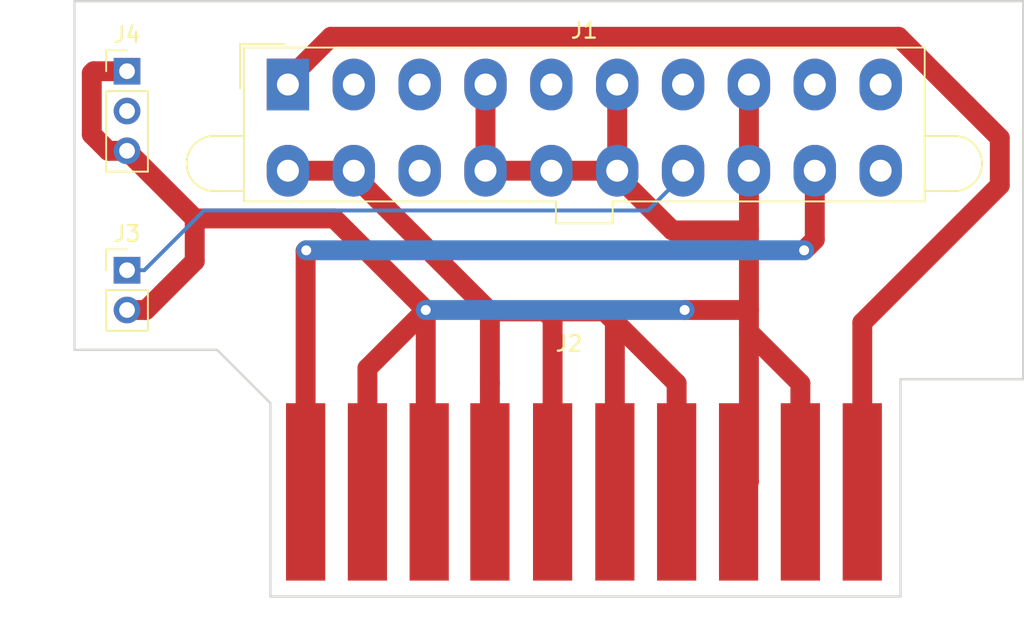
<source format=kicad_pcb>
(kicad_pcb (version 20171130) (host pcbnew 5.0.0-fee4fd1~65~ubuntu17.10.1)

  (general
    (thickness 1.6)
    (drawings 9)
    (tracks 68)
    (zones 0)
    (modules 4)
    (nets 12)
  )

  (page A4)
  (layers
    (0 F.Cu signal)
    (31 B.Cu signal)
    (32 B.Adhes user)
    (33 F.Adhes user)
    (34 B.Paste user)
    (35 F.Paste user)
    (36 B.SilkS user)
    (37 F.SilkS user)
    (38 B.Mask user)
    (39 F.Mask user)
    (40 Dwgs.User user)
    (41 Cmts.User user)
    (42 Eco1.User user)
    (43 Eco2.User user)
    (44 Edge.Cuts user)
    (45 Margin user)
    (46 B.CrtYd user)
    (47 F.CrtYd user)
    (48 B.Fab user)
    (49 F.Fab user)
  )

  (setup
    (last_trace_width 0.25)
    (trace_clearance 0.2)
    (zone_clearance 0.508)
    (zone_45_only no)
    (trace_min 0.2)
    (segment_width 0.2)
    (edge_width 0.15)
    (via_size 0.8)
    (via_drill 0.4)
    (via_min_size 0.4)
    (via_min_drill 0.3)
    (uvia_size 0.3)
    (uvia_drill 0.1)
    (uvias_allowed no)
    (uvia_min_size 0.2)
    (uvia_min_drill 0.1)
    (pcb_text_width 0.3)
    (pcb_text_size 1.5 1.5)
    (mod_edge_width 0.15)
    (mod_text_size 1 1)
    (mod_text_width 0.15)
    (pad_size 1.524 1.524)
    (pad_drill 0.762)
    (pad_to_mask_clearance 0.2)
    (aux_axis_origin 0 0)
    (visible_elements FFFFFF7F)
    (pcbplotparams
      (layerselection 0x010fc_ffffffff)
      (usegerberextensions false)
      (usegerberattributes false)
      (usegerberadvancedattributes false)
      (creategerberjobfile false)
      (excludeedgelayer true)
      (linewidth 0.100000)
      (plotframeref false)
      (viasonmask false)
      (mode 1)
      (useauxorigin false)
      (hpglpennumber 1)
      (hpglpenspeed 20)
      (hpglpendiameter 15.000000)
      (psnegative false)
      (psa4output false)
      (plotreference true)
      (plotvalue true)
      (plotinvisibletext false)
      (padsonsilk false)
      (subtractmaskfromsilk false)
      (outputformat 1)
      (mirror false)
      (drillshape 1)
      (scaleselection 1)
      (outputdirectory ""))
  )

  (net 0 "")
  (net 1 "Net-(J1-Pad1)")
  (net 2 "Net-(J1-Pad2)")
  (net 3 /GND)
  (net 4 /+5V)
  (net 5 "Net-(J1-Pad8)")
  (net 6 "Net-(J1-Pad9)")
  (net 7 /+12V)
  (net 8 "Net-(J1-Pad11)")
  (net 9 /-12V)
  (net 10 /PS-ON)
  (net 11 "Net-(J1-Pad18)")

  (net_class Default "This is the default net class."
    (clearance 0.2)
    (trace_width 0.25)
    (via_dia 0.8)
    (via_drill 0.4)
    (uvia_dia 0.3)
    (uvia_drill 0.1)
    (add_net /PS-ON)
    (add_net "Net-(J1-Pad1)")
    (add_net "Net-(J1-Pad11)")
    (add_net "Net-(J1-Pad18)")
    (add_net "Net-(J1-Pad2)")
    (add_net "Net-(J1-Pad8)")
    (add_net "Net-(J1-Pad9)")
  )

  (net_class Power ""
    (clearance 0.762)
    (trace_width 1.27)
    (via_dia 1.016)
    (via_drill 0.635)
    (uvia_dia 0.3)
    (uvia_drill 0.1)
    (add_net /+12V)
    (add_net /+5V)
    (add_net /-12V)
    (add_net /GND)
  )

  (module ATX2PCjr:Molex_Mini-Fit_Jr_5566-20A2_2x10_P4.20mm_Vertical (layer F.Cu) (tedit 5B5BA047) (tstamp 5B5C3FF5)
    (at 110.59 69.43)
    (descr "Molex Mini-Fit Jr. Power Connectors, old mpn/engineering number: 5566-20A2, example for new mpn: 39-28-920x, 10 Pins per row, Mounting: Snap-in Plastic Peg PCB Lock (http://www.molex.com/pdm_docs/sd/039289068_sd.pdf), generated with kicad-footprint-generator")
    (tags "connector Molex Mini-Fit_Jr side entryplastic_peg")
    (path /5B5B802C)
    (fp_text reference J1 (at 18.9 -3.45) (layer F.SilkS)
      (effects (font (size 1 1) (thickness 0.15)))
    )
    (fp_text value "ATX Connector" (at 18.9 9.95) (layer F.Fab)
      (effects (font (size 1 1) (thickness 0.15)))
    )
    (fp_arc (start -4.7 5.04) (end -4.7 6.54) (angle 180) (layer F.Fab) (width 0.1))
    (fp_arc (start 42.5 5.04) (end 42.5 3.54) (angle 180) (layer F.Fab) (width 0.1))
    (fp_arc (start -4.7 5.04) (end -4.7 6.8) (angle 180) (layer F.SilkS) (width 0.12))
    (fp_arc (start 42.5 5.04) (end 42.5 3.28) (angle 180) (layer F.SilkS) (width 0.12))
    (fp_line (start -4.7 3.54) (end -2.7 3.54) (layer F.Fab) (width 0.1))
    (fp_line (start -4.7 6.54) (end -2.7 6.54) (layer F.Fab) (width 0.1))
    (fp_line (start 42.5 3.54) (end 40.5 3.54) (layer F.Fab) (width 0.1))
    (fp_line (start 42.5 6.54) (end 40.5 6.54) (layer F.Fab) (width 0.1))
    (fp_line (start -4.7 3.28) (end -2.81 3.28) (layer F.SilkS) (width 0.12))
    (fp_line (start -4.7 6.8) (end -2.81 6.8) (layer F.SilkS) (width 0.12))
    (fp_line (start 42.5 3.28) (end 40.61 3.28) (layer F.SilkS) (width 0.12))
    (fp_line (start 42.5 6.8) (end 40.61 6.8) (layer F.SilkS) (width 0.12))
    (fp_line (start -2.7 -2.25) (end -2.7 7.35) (layer F.Fab) (width 0.1))
    (fp_line (start -2.7 7.35) (end 40.5 7.35) (layer F.Fab) (width 0.1))
    (fp_line (start 40.5 7.35) (end 40.5 -2.25) (layer F.Fab) (width 0.1))
    (fp_line (start 40.5 -2.25) (end -2.7 -2.25) (layer F.Fab) (width 0.1))
    (fp_line (start 17.2 7.35) (end 17.2 8.75) (layer F.Fab) (width 0.1))
    (fp_line (start 17.2 8.75) (end 20.6 8.75) (layer F.Fab) (width 0.1))
    (fp_line (start 20.6 8.75) (end 20.6 7.35) (layer F.Fab) (width 0.1))
    (fp_line (start -1.65 -1) (end -1.65 2.3) (layer F.Fab) (width 0.1))
    (fp_line (start -1.65 2.3) (end 1.65 2.3) (layer F.Fab) (width 0.1))
    (fp_line (start 1.65 2.3) (end 1.65 -1) (layer F.Fab) (width 0.1))
    (fp_line (start 1.65 -1) (end -1.65 -1) (layer F.Fab) (width 0.1))
    (fp_line (start -1.65 6.5) (end -1.65 4.025) (layer F.Fab) (width 0.1))
    (fp_line (start -1.65 4.025) (end -0.825 3.2) (layer F.Fab) (width 0.1))
    (fp_line (start -0.825 3.2) (end 0.825 3.2) (layer F.Fab) (width 0.1))
    (fp_line (start 0.825 3.2) (end 1.65 4.025) (layer F.Fab) (width 0.1))
    (fp_line (start 1.65 4.025) (end 1.65 6.5) (layer F.Fab) (width 0.1))
    (fp_line (start 1.65 6.5) (end -1.65 6.5) (layer F.Fab) (width 0.1))
    (fp_line (start 2.55 3.2) (end 2.55 6.5) (layer F.Fab) (width 0.1))
    (fp_line (start 2.55 6.5) (end 5.85 6.5) (layer F.Fab) (width 0.1))
    (fp_line (start 5.85 6.5) (end 5.85 3.2) (layer F.Fab) (width 0.1))
    (fp_line (start 5.85 3.2) (end 2.55 3.2) (layer F.Fab) (width 0.1))
    (fp_line (start 2.55 2.3) (end 2.55 -0.175) (layer F.Fab) (width 0.1))
    (fp_line (start 2.55 -0.175) (end 3.375 -1) (layer F.Fab) (width 0.1))
    (fp_line (start 3.375 -1) (end 5.025 -1) (layer F.Fab) (width 0.1))
    (fp_line (start 5.025 -1) (end 5.85 -0.175) (layer F.Fab) (width 0.1))
    (fp_line (start 5.85 -0.175) (end 5.85 2.3) (layer F.Fab) (width 0.1))
    (fp_line (start 5.85 2.3) (end 2.55 2.3) (layer F.Fab) (width 0.1))
    (fp_line (start 6.75 3.2) (end 6.75 6.5) (layer F.Fab) (width 0.1))
    (fp_line (start 6.75 6.5) (end 10.05 6.5) (layer F.Fab) (width 0.1))
    (fp_line (start 10.05 6.5) (end 10.05 3.2) (layer F.Fab) (width 0.1))
    (fp_line (start 10.05 3.2) (end 6.75 3.2) (layer F.Fab) (width 0.1))
    (fp_line (start 6.75 2.3) (end 6.75 -0.175) (layer F.Fab) (width 0.1))
    (fp_line (start 6.75 -0.175) (end 7.575 -1) (layer F.Fab) (width 0.1))
    (fp_line (start 7.575 -1) (end 9.225 -1) (layer F.Fab) (width 0.1))
    (fp_line (start 9.225 -1) (end 10.05 -0.175) (layer F.Fab) (width 0.1))
    (fp_line (start 10.05 -0.175) (end 10.05 2.3) (layer F.Fab) (width 0.1))
    (fp_line (start 10.05 2.3) (end 6.75 2.3) (layer F.Fab) (width 0.1))
    (fp_line (start 10.95 -1) (end 10.95 2.3) (layer F.Fab) (width 0.1))
    (fp_line (start 10.95 2.3) (end 14.25 2.3) (layer F.Fab) (width 0.1))
    (fp_line (start 14.25 2.3) (end 14.25 -1) (layer F.Fab) (width 0.1))
    (fp_line (start 14.25 -1) (end 10.95 -1) (layer F.Fab) (width 0.1))
    (fp_line (start 10.95 6.5) (end 10.95 4.025) (layer F.Fab) (width 0.1))
    (fp_line (start 10.95 4.025) (end 11.775 3.2) (layer F.Fab) (width 0.1))
    (fp_line (start 11.775 3.2) (end 13.425 3.2) (layer F.Fab) (width 0.1))
    (fp_line (start 13.425 3.2) (end 14.25 4.025) (layer F.Fab) (width 0.1))
    (fp_line (start 14.25 4.025) (end 14.25 6.5) (layer F.Fab) (width 0.1))
    (fp_line (start 14.25 6.5) (end 10.95 6.5) (layer F.Fab) (width 0.1))
    (fp_line (start 15.15 -1) (end 15.15 2.3) (layer F.Fab) (width 0.1))
    (fp_line (start 15.15 2.3) (end 18.45 2.3) (layer F.Fab) (width 0.1))
    (fp_line (start 18.45 2.3) (end 18.45 -1) (layer F.Fab) (width 0.1))
    (fp_line (start 18.45 -1) (end 15.15 -1) (layer F.Fab) (width 0.1))
    (fp_line (start 15.15 6.5) (end 15.15 4.025) (layer F.Fab) (width 0.1))
    (fp_line (start 15.15 4.025) (end 15.975 3.2) (layer F.Fab) (width 0.1))
    (fp_line (start 15.975 3.2) (end 17.625 3.2) (layer F.Fab) (width 0.1))
    (fp_line (start 17.625 3.2) (end 18.45 4.025) (layer F.Fab) (width 0.1))
    (fp_line (start 18.45 4.025) (end 18.45 6.5) (layer F.Fab) (width 0.1))
    (fp_line (start 18.45 6.5) (end 15.15 6.5) (layer F.Fab) (width 0.1))
    (fp_line (start 19.35 3.2) (end 19.35 6.5) (layer F.Fab) (width 0.1))
    (fp_line (start 19.35 6.5) (end 22.65 6.5) (layer F.Fab) (width 0.1))
    (fp_line (start 22.65 6.5) (end 22.65 3.2) (layer F.Fab) (width 0.1))
    (fp_line (start 22.65 3.2) (end 19.35 3.2) (layer F.Fab) (width 0.1))
    (fp_line (start 19.35 2.3) (end 19.35 -0.175) (layer F.Fab) (width 0.1))
    (fp_line (start 19.35 -0.175) (end 20.175 -1) (layer F.Fab) (width 0.1))
    (fp_line (start 20.175 -1) (end 21.825 -1) (layer F.Fab) (width 0.1))
    (fp_line (start 21.825 -1) (end 22.65 -0.175) (layer F.Fab) (width 0.1))
    (fp_line (start 22.65 -0.175) (end 22.65 2.3) (layer F.Fab) (width 0.1))
    (fp_line (start 22.65 2.3) (end 19.35 2.3) (layer F.Fab) (width 0.1))
    (fp_line (start 23.55 3.2) (end 23.55 6.5) (layer F.Fab) (width 0.1))
    (fp_line (start 23.55 6.5) (end 26.85 6.5) (layer F.Fab) (width 0.1))
    (fp_line (start 26.85 6.5) (end 26.85 3.2) (layer F.Fab) (width 0.1))
    (fp_line (start 26.85 3.2) (end 23.55 3.2) (layer F.Fab) (width 0.1))
    (fp_line (start 23.55 2.3) (end 23.55 -0.175) (layer F.Fab) (width 0.1))
    (fp_line (start 23.55 -0.175) (end 24.375 -1) (layer F.Fab) (width 0.1))
    (fp_line (start 24.375 -1) (end 26.025 -1) (layer F.Fab) (width 0.1))
    (fp_line (start 26.025 -1) (end 26.85 -0.175) (layer F.Fab) (width 0.1))
    (fp_line (start 26.85 -0.175) (end 26.85 2.3) (layer F.Fab) (width 0.1))
    (fp_line (start 26.85 2.3) (end 23.55 2.3) (layer F.Fab) (width 0.1))
    (fp_line (start 27.75 -1) (end 27.75 2.3) (layer F.Fab) (width 0.1))
    (fp_line (start 27.75 2.3) (end 31.05 2.3) (layer F.Fab) (width 0.1))
    (fp_line (start 31.05 2.3) (end 31.05 -1) (layer F.Fab) (width 0.1))
    (fp_line (start 31.05 -1) (end 27.75 -1) (layer F.Fab) (width 0.1))
    (fp_line (start 27.75 6.5) (end 27.75 4.025) (layer F.Fab) (width 0.1))
    (fp_line (start 27.75 4.025) (end 28.575 3.2) (layer F.Fab) (width 0.1))
    (fp_line (start 28.575 3.2) (end 30.225 3.2) (layer F.Fab) (width 0.1))
    (fp_line (start 30.225 3.2) (end 31.05 4.025) (layer F.Fab) (width 0.1))
    (fp_line (start 31.05 4.025) (end 31.05 6.5) (layer F.Fab) (width 0.1))
    (fp_line (start 31.05 6.5) (end 27.75 6.5) (layer F.Fab) (width 0.1))
    (fp_line (start 31.95 -1) (end 31.95 2.3) (layer F.Fab) (width 0.1))
    (fp_line (start 31.95 2.3) (end 35.25 2.3) (layer F.Fab) (width 0.1))
    (fp_line (start 35.25 2.3) (end 35.25 -1) (layer F.Fab) (width 0.1))
    (fp_line (start 35.25 -1) (end 31.95 -1) (layer F.Fab) (width 0.1))
    (fp_line (start 31.95 6.5) (end 31.95 4.025) (layer F.Fab) (width 0.1))
    (fp_line (start 31.95 4.025) (end 32.775 3.2) (layer F.Fab) (width 0.1))
    (fp_line (start 32.775 3.2) (end 34.425 3.2) (layer F.Fab) (width 0.1))
    (fp_line (start 34.425 3.2) (end 35.25 4.025) (layer F.Fab) (width 0.1))
    (fp_line (start 35.25 4.025) (end 35.25 6.5) (layer F.Fab) (width 0.1))
    (fp_line (start 35.25 6.5) (end 31.95 6.5) (layer F.Fab) (width 0.1))
    (fp_line (start 36.15 3.2) (end 36.15 6.5) (layer F.Fab) (width 0.1))
    (fp_line (start 36.15 6.5) (end 39.45 6.5) (layer F.Fab) (width 0.1))
    (fp_line (start 39.45 6.5) (end 39.45 3.2) (layer F.Fab) (width 0.1))
    (fp_line (start 39.45 3.2) (end 36.15 3.2) (layer F.Fab) (width 0.1))
    (fp_line (start 36.15 2.3) (end 36.15 -0.175) (layer F.Fab) (width 0.1))
    (fp_line (start 36.15 -0.175) (end 36.975 -1) (layer F.Fab) (width 0.1))
    (fp_line (start 36.975 -1) (end 38.625 -1) (layer F.Fab) (width 0.1))
    (fp_line (start 38.625 -1) (end 39.45 -0.175) (layer F.Fab) (width 0.1))
    (fp_line (start 39.45 -0.175) (end 39.45 2.3) (layer F.Fab) (width 0.1))
    (fp_line (start 39.45 2.3) (end 36.15 2.3) (layer F.Fab) (width 0.1))
    (fp_line (start 18.9 -2.36) (end -2.81 -2.36) (layer F.SilkS) (width 0.12))
    (fp_line (start -2.81 -2.36) (end -2.81 7.46) (layer F.SilkS) (width 0.12))
    (fp_line (start -2.81 7.46) (end 17.09 7.46) (layer F.SilkS) (width 0.12))
    (fp_line (start 17.09 7.46) (end 17.09 8.86) (layer F.SilkS) (width 0.12))
    (fp_line (start 17.09 8.86) (end 18.9 8.86) (layer F.SilkS) (width 0.12))
    (fp_line (start 18.9 -2.36) (end 40.61 -2.36) (layer F.SilkS) (width 0.12))
    (fp_line (start 40.61 -2.36) (end 40.61 7.46) (layer F.SilkS) (width 0.12))
    (fp_line (start 40.61 7.46) (end 20.71 7.46) (layer F.SilkS) (width 0.12))
    (fp_line (start 20.71 7.46) (end 20.71 8.86) (layer F.SilkS) (width 0.12))
    (fp_line (start 20.71 8.86) (end 18.9 8.86) (layer F.SilkS) (width 0.12))
    (fp_line (start -0.2 -2.6) (end -3.05 -2.6) (layer F.SilkS) (width 0.12))
    (fp_line (start -3.05 -2.6) (end -3.05 0.25) (layer F.SilkS) (width 0.12))
    (fp_line (start -0.2 -2.6) (end -3.05 -2.6) (layer F.Fab) (width 0.1))
    (fp_line (start -3.05 -2.6) (end -3.05 0.25) (layer F.Fab) (width 0.1))
    (fp_line (start -3.2 -2.75) (end -3.2 3.04) (layer F.CrtYd) (width 0.05))
    (fp_line (start -3.2 3.04) (end -6.7 3.04) (layer F.CrtYd) (width 0.05))
    (fp_line (start -6.7 3.04) (end -6.7 9.25) (layer F.CrtYd) (width 0.05))
    (fp_line (start -6.7 9.25) (end 44.5 9.25) (layer F.CrtYd) (width 0.05))
    (fp_line (start 44.5 9.25) (end 44.5 3.04) (layer F.CrtYd) (width 0.05))
    (fp_line (start 44.5 3.04) (end 41 3.04) (layer F.CrtYd) (width 0.05))
    (fp_line (start 41 3.04) (end 41 -2.75) (layer F.CrtYd) (width 0.05))
    (fp_line (start 41 -2.75) (end -3.2 -2.75) (layer F.CrtYd) (width 0.05))
    (fp_text user %R (at 18.9 -1.55) (layer F.Fab)
      (effects (font (size 1 1) (thickness 0.15)))
    )
    (pad 10 thru_hole rect (at 0 0) (size 2.7 3.3) (drill 1.4) (layers *.Cu *.Mask)
      (net 7 /+12V))
    (pad 9 thru_hole oval (at 4.2 0) (size 2.7 3.3) (drill 1.4) (layers *.Cu *.Mask)
      (net 6 "Net-(J1-Pad9)"))
    (pad 8 thru_hole oval (at 8.4 0) (size 2.7 3.3) (drill 1.4) (layers *.Cu *.Mask)
      (net 5 "Net-(J1-Pad8)"))
    (pad 7 thru_hole oval (at 12.6 0) (size 2.7 3.3) (drill 1.4) (layers *.Cu *.Mask)
      (net 3 /GND))
    (pad 6 thru_hole oval (at 16.8 0) (size 2.7 3.3) (drill 1.4) (layers *.Cu *.Mask)
      (net 4 /+5V))
    (pad 5 thru_hole oval (at 21 0) (size 2.7 3.3) (drill 1.4) (layers *.Cu *.Mask)
      (net 3 /GND))
    (pad 4 thru_hole oval (at 25.2 0) (size 2.7 3.3) (drill 1.4) (layers *.Cu *.Mask)
      (net 4 /+5V))
    (pad 3 thru_hole oval (at 29.4 0) (size 2.7 3.3) (drill 1.4) (layers *.Cu *.Mask)
      (net 3 /GND))
    (pad 2 thru_hole oval (at 33.6 0) (size 2.7 3.3) (drill 1.4) (layers *.Cu *.Mask)
      (net 2 "Net-(J1-Pad2)"))
    (pad 1 thru_hole oval (at 37.8 0) (size 2.7 3.3) (drill 1.4) (layers *.Cu *.Mask)
      (net 1 "Net-(J1-Pad1)"))
    (pad 20 thru_hole oval (at 0 5.5) (size 2.7 3.3) (drill 1.4) (layers *.Cu *.Mask)
      (net 4 /+5V))
    (pad 19 thru_hole oval (at 4.2 5.5) (size 2.7 3.3) (drill 1.4) (layers *.Cu *.Mask)
      (net 4 /+5V))
    (pad 18 thru_hole oval (at 8.4 5.5) (size 2.7 3.3) (drill 1.4) (layers *.Cu *.Mask)
      (net 11 "Net-(J1-Pad18)"))
    (pad 17 thru_hole oval (at 12.6 5.5) (size 2.7 3.3) (drill 1.4) (layers *.Cu *.Mask)
      (net 3 /GND))
    (pad 16 thru_hole oval (at 16.8 5.5) (size 2.7 3.3) (drill 1.4) (layers *.Cu *.Mask)
      (net 3 /GND))
    (pad 15 thru_hole oval (at 21 5.5) (size 2.7 3.3) (drill 1.4) (layers *.Cu *.Mask)
      (net 3 /GND))
    (pad 14 thru_hole oval (at 25.2 5.5) (size 2.7 3.3) (drill 1.4) (layers *.Cu *.Mask)
      (net 10 /PS-ON))
    (pad 13 thru_hole oval (at 29.4 5.5) (size 2.7 3.3) (drill 1.4) (layers *.Cu *.Mask)
      (net 3 /GND))
    (pad 12 thru_hole oval (at 33.6 5.5) (size 2.7 3.3) (drill 1.4) (layers *.Cu *.Mask)
      (net 9 /-12V))
    (pad 11 thru_hole oval (at 37.8 5.5) (size 2.7 3.3) (drill 1.4) (layers *.Cu *.Mask)
      (net 8 "Net-(J1-Pad11)"))
    (pad "" np_thru_hole circle (at -4.7 5.04) (size 3 3) (drill 3) (layers *.Cu *.Mask))
    (pad "" np_thru_hole circle (at 42.5 5.04) (size 3 3) (drill 3) (layers *.Cu *.Mask))
    (model ${KISYS3DMOD}/Connector_Molex.3dshapes/Molex_Mini-Fit_Jr_5566-20A2_2x10_P4.20mm_Vertical.wrl
      (at (xyz 0 0 0))
      (scale (xyz 1 1 1))
      (rotate (xyz 0 0 0))
    )
  )

  (module "ATX2PCjr:PCjr Power Board Card Edge" (layer F.Cu) (tedit 5B5B8AE1) (tstamp 5B60A23D)
    (at 109.47 89.77)
    (path /5B5B9176)
    (fp_text reference J2 (at 19.05 -3.81) (layer F.SilkS)
      (effects (font (size 1 1) (thickness 0.15)))
    )
    (fp_text value "PCjr Card Edge" (at 20.32 13.97) (layer F.Fab)
      (effects (font (size 1 1) (thickness 0.15)))
    )
    (fp_line (start 0 0) (end 0 12.32) (layer F.Fab) (width 0.15))
    (fp_line (start 0 12.32) (end 40.2 12.32) (layer F.Fab) (width 0.15))
    (fp_line (start 40.2 12.16) (end 40.2 0) (layer F.Fab) (width 0.15))
    (fp_line (start 40.2 0) (end 0 0) (layer F.Fab) (width 0.15))
    (pad 1 smd rect (at 2.25 5.66) (size 2.5 11.32) (layers F.Cu F.Paste F.Mask)
      (net 9 /-12V))
    (pad 2 smd rect (at 6.19 5.66) (size 2.5 11.32) (layers F.Cu F.Paste F.Mask)
      (net 3 /GND))
    (pad 3 smd rect (at 10.13 5.66) (size 2.5 11.32) (layers F.Cu F.Paste F.Mask)
      (net 3 /GND))
    (pad 4 smd rect (at 14 5.66) (size 2.5 11.32) (layers F.Cu F.Paste F.Mask)
      (net 4 /+5V))
    (pad 5 smd rect (at 18 5.66) (size 2.5 11.32) (layers F.Cu F.Paste F.Mask)
      (net 4 /+5V))
    (pad 6 smd rect (at 21.97 5.66) (size 2.5 11.32) (layers F.Cu F.Paste F.Mask)
      (net 4 /+5V))
    (pad 7 smd rect (at 25.91 5.66) (size 2.5 11.32) (layers F.Cu F.Paste F.Mask)
      (net 4 /+5V))
    (pad 8 smd rect (at 29.86 5.66) (size 2.5 11.32) (layers F.Cu F.Paste F.Mask)
      (net 3 /GND))
    (pad 9 smd rect (at 33.8 5.66) (size 2.5 11.32) (layers F.Cu F.Paste F.Mask)
      (net 3 /GND))
    (pad 10 smd rect (at 37.75 5.66) (size 2.5 11.32) (layers F.Cu F.Paste F.Mask)
      (net 7 /+12V))
  )

  (module Connector_PinHeader_2.54mm:PinHeader_1x02_P2.54mm_Vertical (layer F.Cu) (tedit 59FED5CC) (tstamp 5B60A253)
    (at 100.33 81.28)
    (descr "Through hole straight pin header, 1x02, 2.54mm pitch, single row")
    (tags "Through hole pin header THT 1x02 2.54mm single row")
    (path /5B5BB65E)
    (fp_text reference J3 (at 0 -2.33) (layer F.SilkS)
      (effects (font (size 1 1) (thickness 0.15)))
    )
    (fp_text value "Power Switch Header" (at 0 4.87) (layer F.Fab)
      (effects (font (size 1 1) (thickness 0.15)))
    )
    (fp_line (start -0.635 -1.27) (end 1.27 -1.27) (layer F.Fab) (width 0.1))
    (fp_line (start 1.27 -1.27) (end 1.27 3.81) (layer F.Fab) (width 0.1))
    (fp_line (start 1.27 3.81) (end -1.27 3.81) (layer F.Fab) (width 0.1))
    (fp_line (start -1.27 3.81) (end -1.27 -0.635) (layer F.Fab) (width 0.1))
    (fp_line (start -1.27 -0.635) (end -0.635 -1.27) (layer F.Fab) (width 0.1))
    (fp_line (start -1.33 3.87) (end 1.33 3.87) (layer F.SilkS) (width 0.12))
    (fp_line (start -1.33 1.27) (end -1.33 3.87) (layer F.SilkS) (width 0.12))
    (fp_line (start 1.33 1.27) (end 1.33 3.87) (layer F.SilkS) (width 0.12))
    (fp_line (start -1.33 1.27) (end 1.33 1.27) (layer F.SilkS) (width 0.12))
    (fp_line (start -1.33 0) (end -1.33 -1.33) (layer F.SilkS) (width 0.12))
    (fp_line (start -1.33 -1.33) (end 0 -1.33) (layer F.SilkS) (width 0.12))
    (fp_line (start -1.8 -1.8) (end -1.8 4.35) (layer F.CrtYd) (width 0.05))
    (fp_line (start -1.8 4.35) (end 1.8 4.35) (layer F.CrtYd) (width 0.05))
    (fp_line (start 1.8 4.35) (end 1.8 -1.8) (layer F.CrtYd) (width 0.05))
    (fp_line (start 1.8 -1.8) (end -1.8 -1.8) (layer F.CrtYd) (width 0.05))
    (fp_text user %R (at 0 1.27 90) (layer F.Fab)
      (effects (font (size 1 1) (thickness 0.15)))
    )
    (pad 1 thru_hole rect (at 0 0) (size 1.7 1.7) (drill 1) (layers *.Cu *.Mask)
      (net 10 /PS-ON))
    (pad 2 thru_hole oval (at 0 2.54) (size 1.7 1.7) (drill 1) (layers *.Cu *.Mask)
      (net 3 /GND))
    (model ${KISYS3DMOD}/Connector_PinHeader_2.54mm.3dshapes/PinHeader_1x02_P2.54mm_Vertical.wrl
      (at (xyz 0 0 0))
      (scale (xyz 1 1 1))
      (rotate (xyz 0 0 0))
    )
  )

  (module Connector_PinHeader_2.54mm:PinHeader_1x03_P2.54mm_Vertical (layer F.Cu) (tedit 59FED5CC) (tstamp 5B60A26A)
    (at 100.33 68.58)
    (descr "Through hole straight pin header, 1x03, 2.54mm pitch, single row")
    (tags "Through hole pin header THT 1x03 2.54mm single row")
    (path /5B5BB52D)
    (fp_text reference J4 (at 0 -2.33) (layer F.SilkS)
      (effects (font (size 1 1) (thickness 0.15)))
    )
    (fp_text value "Fan Header" (at 0 7.41) (layer F.Fab)
      (effects (font (size 1 1) (thickness 0.15)))
    )
    (fp_line (start -0.635 -1.27) (end 1.27 -1.27) (layer F.Fab) (width 0.1))
    (fp_line (start 1.27 -1.27) (end 1.27 6.35) (layer F.Fab) (width 0.1))
    (fp_line (start 1.27 6.35) (end -1.27 6.35) (layer F.Fab) (width 0.1))
    (fp_line (start -1.27 6.35) (end -1.27 -0.635) (layer F.Fab) (width 0.1))
    (fp_line (start -1.27 -0.635) (end -0.635 -1.27) (layer F.Fab) (width 0.1))
    (fp_line (start -1.33 6.41) (end 1.33 6.41) (layer F.SilkS) (width 0.12))
    (fp_line (start -1.33 1.27) (end -1.33 6.41) (layer F.SilkS) (width 0.12))
    (fp_line (start 1.33 1.27) (end 1.33 6.41) (layer F.SilkS) (width 0.12))
    (fp_line (start -1.33 1.27) (end 1.33 1.27) (layer F.SilkS) (width 0.12))
    (fp_line (start -1.33 0) (end -1.33 -1.33) (layer F.SilkS) (width 0.12))
    (fp_line (start -1.33 -1.33) (end 0 -1.33) (layer F.SilkS) (width 0.12))
    (fp_line (start -1.8 -1.8) (end -1.8 6.85) (layer F.CrtYd) (width 0.05))
    (fp_line (start -1.8 6.85) (end 1.8 6.85) (layer F.CrtYd) (width 0.05))
    (fp_line (start 1.8 6.85) (end 1.8 -1.8) (layer F.CrtYd) (width 0.05))
    (fp_line (start 1.8 -1.8) (end -1.8 -1.8) (layer F.CrtYd) (width 0.05))
    (fp_text user %R (at 0 2.54 90) (layer F.Fab)
      (effects (font (size 1 1) (thickness 0.15)))
    )
    (pad 1 thru_hole rect (at 0 0) (size 1.7 1.7) (drill 1) (layers *.Cu *.Mask)
      (net 3 /GND))
    (pad 2 thru_hole oval (at 0 2.54) (size 1.7 1.7) (drill 1) (layers *.Cu *.Mask)
      (net 7 /+12V))
    (pad 3 thru_hole oval (at 0 5.08) (size 1.7 1.7) (drill 1) (layers *.Cu *.Mask)
      (net 3 /GND))
    (model ${KISYS3DMOD}/Connector_PinHeader_2.54mm.3dshapes/PinHeader_1x03_P2.54mm_Vertical.wrl
      (at (xyz 0 0 0))
      (scale (xyz 1 1 1))
      (rotate (xyz 0 0 0))
    )
  )

  (gr_line (start 106.0704 86.36) (end 109.474 89.7636) (layer Edge.Cuts) (width 0.15))
  (gr_line (start 96.9772 86.36) (end 106.0704 86.36) (layer Edge.Cuts) (width 0.15))
  (gr_line (start 96.9772 64.1096) (end 96.9772 86.36) (layer Edge.Cuts) (width 0.15))
  (gr_line (start 157.48 64.1096) (end 96.9772 64.1096) (layer Edge.Cuts) (width 0.15))
  (gr_line (start 157.48 88.2396) (end 157.48 64.1096) (layer Edge.Cuts) (width 0.15))
  (gr_line (start 149.6568 88.2396) (end 157.48 88.2396) (layer Edge.Cuts) (width 0.15))
  (gr_line (start 149.6568 102.108) (end 149.6568 88.2396) (layer Edge.Cuts) (width 0.15))
  (gr_line (start 109.474 102.108) (end 149.6568 102.108) (layer Edge.Cuts) (width 0.15))
  (gr_line (start 109.474 89.7636) (end 109.474 102.108) (layer Edge.Cuts) (width 0.15))

  (segment (start 139.99 94.77) (end 139.33 95.43) (width 1.27) (layer F.Cu) (net 3))
  (segment (start 143.27 95.43) (end 143.27 88.5) (width 1.27) (layer F.Cu) (net 3))
  (segment (start 139.99 85.22) (end 139.99 85.09) (width 1.27) (layer F.Cu) (net 3))
  (segment (start 143.27 88.5) (end 139.99 85.22) (width 1.27) (layer F.Cu) (net 3))
  (segment (start 139.99 85.09) (end 139.99 94.77) (width 1.27) (layer F.Cu) (net 3))
  (segment (start 139.99 69.43) (end 139.99 74.93) (width 1.27) (layer F.Cu) (net 3))
  (segment (start 131.59 69.43) (end 131.59 74.93) (width 1.27) (layer F.Cu) (net 3))
  (segment (start 127.39 74.93) (end 131.59 74.93) (width 1.27) (layer F.Cu) (net 3))
  (segment (start 127.39 74.93) (end 123.19 74.93) (width 1.27) (layer F.Cu) (net 3))
  (segment (start 123.19 74.93) (end 123.19 69.43) (width 1.27) (layer F.Cu) (net 3))
  (segment (start 131.59 75.23) (end 131.59 74.93) (width 1.27) (layer F.Cu) (net 3))
  (segment (start 135.1 78.74) (end 131.59 75.23) (width 1.27) (layer F.Cu) (net 3))
  (segment (start 139.99 78.74) (end 135.1 78.74) (width 1.27) (layer F.Cu) (net 3))
  (segment (start 139.99 74.93) (end 139.99 78.74) (width 1.27) (layer F.Cu) (net 3))
  (via (at 135.89 83.82) (size 1.016) (drill 0.635) (layers F.Cu B.Cu) (net 3))
  (segment (start 139.99 83.82) (end 135.89 83.82) (width 1.27) (layer F.Cu) (net 3))
  (segment (start 139.99 83.82) (end 139.99 85.09) (width 1.27) (layer F.Cu) (net 3))
  (segment (start 139.99 78.74) (end 139.99 83.82) (width 1.27) (layer F.Cu) (net 3))
  (via (at 119.38 83.82) (size 1.016) (drill 0.635) (layers F.Cu B.Cu) (net 3))
  (segment (start 135.89 83.82) (end 119.38 83.82) (width 1.27) (layer B.Cu) (net 3))
  (segment (start 119.38 95.21) (end 119.6 95.43) (width 1.27) (layer F.Cu) (net 3))
  (segment (start 119.38 83.82) (end 119.38 95.21) (width 1.27) (layer F.Cu) (net 3))
  (segment (start 115.66 87.54) (end 119.38 83.82) (width 1.27) (layer F.Cu) (net 3))
  (segment (start 115.66 95.43) (end 115.66 87.54) (width 1.27) (layer F.Cu) (net 3))
  (segment (start 118.872001 83.312001) (end 119.38 83.82) (width 1.27) (layer F.Cu) (net 3))
  (segment (start 113.537991 77.977991) (end 118.872001 83.312001) (width 1.27) (layer F.Cu) (net 3))
  (segment (start 104.647991 77.977991) (end 113.537991 77.977991) (width 1.27) (layer F.Cu) (net 3))
  (segment (start 100.33 73.66) (end 104.647991 77.977991) (width 1.27) (layer F.Cu) (net 3))
  (segment (start 104.647991 80.70409) (end 104.647991 77.977991) (width 1.27) (layer F.Cu) (net 3))
  (segment (start 101.532081 83.82) (end 104.647991 80.70409) (width 1.27) (layer F.Cu) (net 3))
  (segment (start 100.33 83.82) (end 101.532081 83.82) (width 1.27) (layer F.Cu) (net 3))
  (segment (start 99.127919 73.66) (end 100.33 73.66) (width 1.27) (layer F.Cu) (net 3))
  (segment (start 98.082999 72.61508) (end 99.127919 73.66) (width 1.27) (layer F.Cu) (net 3))
  (segment (start 98.082999 68.707001) (end 98.082999 72.61508) (width 1.27) (layer F.Cu) (net 3))
  (segment (start 98.21 68.58) (end 98.082999 68.707001) (width 1.27) (layer F.Cu) (net 3))
  (segment (start 100.33 68.58) (end 98.21 68.58) (width 1.27) (layer F.Cu) (net 3))
  (segment (start 123.47 88.5) (end 123.47 95.43) (width 1.27) (layer F.Cu) (net 4))
  (segment (start 123.47 83.91) (end 123.47 88.5) (width 1.27) (layer F.Cu) (net 4))
  (segment (start 114.79 75.23) (end 123.47 83.91) (width 1.27) (layer F.Cu) (net 4))
  (segment (start 114.79 74.93) (end 114.79 75.23) (width 1.27) (layer F.Cu) (net 4))
  (segment (start 135.38 88.5) (end 130.79 83.91) (width 1.27) (layer F.Cu) (net 4))
  (segment (start 135.38 95.43) (end 135.38 88.5) (width 1.27) (layer F.Cu) (net 4))
  (segment (start 131.44 84.56) (end 130.79 83.91) (width 1.27) (layer F.Cu) (net 4))
  (segment (start 131.44 95.43) (end 131.44 84.56) (width 1.27) (layer F.Cu) (net 4))
  (segment (start 127.47 84.38) (end 127 83.91) (width 1.27) (layer F.Cu) (net 4))
  (segment (start 127.47 95.43) (end 127.47 84.38) (width 1.27) (layer F.Cu) (net 4))
  (segment (start 130.79 83.91) (end 127 83.91) (width 1.27) (layer F.Cu) (net 4))
  (segment (start 127 83.91) (end 123.47 83.91) (width 1.27) (layer F.Cu) (net 4))
  (segment (start 110.59 74.93) (end 114.79 74.93) (width 1.27) (layer F.Cu) (net 4))
  (segment (start 147.22 84.627562) (end 147.22 95.43) (width 1.27) (layer F.Cu) (net 7))
  (segment (start 110.59 69.13) (end 113.33701 66.38299) (width 1.27) (layer F.Cu) (net 7))
  (segment (start 113.33701 66.38299) (end 149.527848 66.38299) (width 1.27) (layer F.Cu) (net 7))
  (segment (start 110.59 69.43) (end 110.59 69.13) (width 1.27) (layer F.Cu) (net 7))
  (segment (start 149.527848 66.38299) (end 155.987001 72.842143) (width 1.27) (layer F.Cu) (net 7))
  (segment (start 155.987001 72.842143) (end 155.987001 75.860561) (width 1.27) (layer F.Cu) (net 7))
  (segment (start 155.987001 75.860561) (end 147.22 84.627562) (width 1.27) (layer F.Cu) (net 7))
  (via (at 143.51 80.01) (size 1.016) (drill 0.635) (layers F.Cu B.Cu) (net 9))
  (segment (start 144.19 74.93) (end 144.19 79.33) (width 1.27) (layer F.Cu) (net 9))
  (segment (start 144.19 79.33) (end 143.51 80.01) (width 1.27) (layer F.Cu) (net 9))
  (segment (start 143.51 80.01) (end 111.76 80.01) (width 1.27) (layer B.Cu) (net 9))
  (via (at 111.76 80.01) (size 1.016) (drill 0.635) (layers F.Cu B.Cu) (net 9))
  (segment (start 111.72 80.05) (end 111.76 80.01) (width 1.27) (layer F.Cu) (net 9))
  (segment (start 111.72 95.43) (end 111.72 80.05) (width 1.27) (layer F.Cu) (net 9))
  (segment (start 135.79 75.23) (end 135.79 74.93) (width 0.25) (layer B.Cu) (net 10))
  (segment (start 133.55299 77.46701) (end 135.79 75.23) (width 0.25) (layer B.Cu) (net 10))
  (segment (start 105.24299 77.46701) (end 133.55299 77.46701) (width 0.25) (layer B.Cu) (net 10))
  (segment (start 101.43 81.28) (end 105.24299 77.46701) (width 0.25) (layer B.Cu) (net 10))
  (segment (start 100.33 81.28) (end 101.43 81.28) (width 0.25) (layer B.Cu) (net 10))

)

</source>
